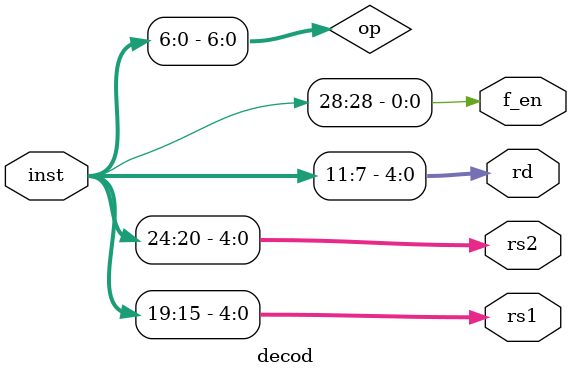
<source format=sv>
module decod #(parameter w=32)
(input logic [w-1:0]inst, 
output logic [4:0]rs1,
output logic [4:0]rs2,
output logic [4:0]rd,

//output logic [2:0]func3,
//output logic [6:0]func7,
output logic f_en);

logic [6:0]op;
 
 assign rd = inst[11:7];
 //assign func3 = inst[14:12];
 assign rs1 = inst[19:15];
 assign rs2 = inst[24:20];
 //assign func7 = inst[31:25];
 assign op = inst[6:0];
 assign f_en=inst[28];
 
 endmodule
</source>
